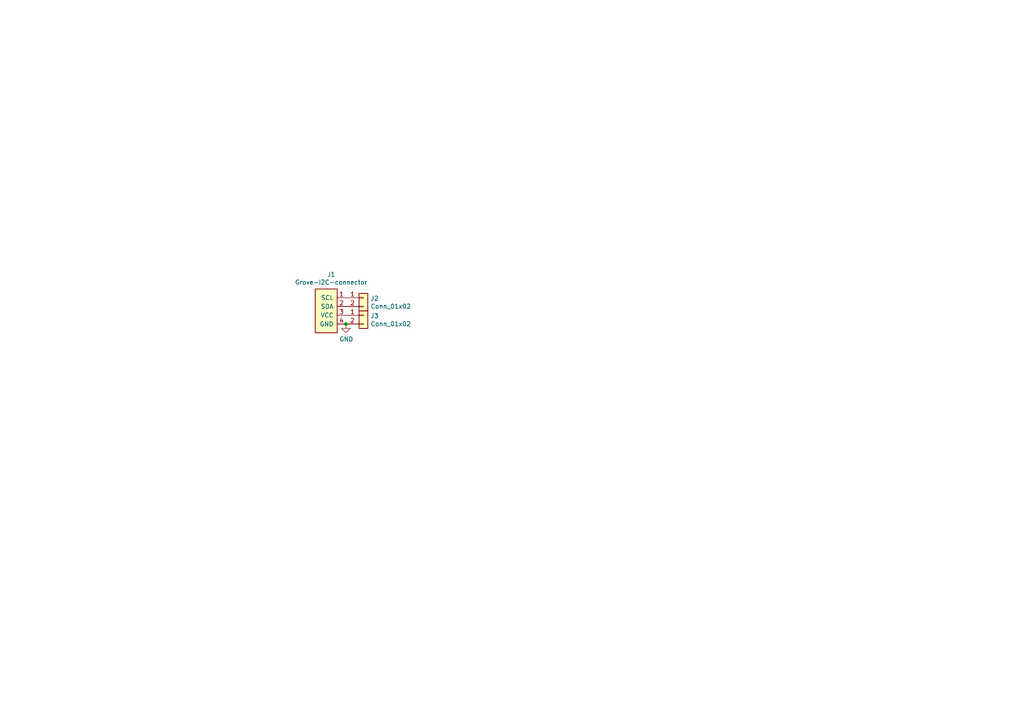
<source format=kicad_sch>
(kicad_sch (version 20211123) (generator eeschema)
  (paper "A4")
  (lib_symbols
    (symbol "Connector_Generic:Conn_01x02" (pin_names (offset 1.016) hide)
      (property "Reference" "J" (at 0 2.54 0))
      (property "Value" "Conn_01x02" (at 0 -5.08 0))
      (symbol "Conn_01x02_1_1"
        (rectangle (start -1.27 -2.413) (end 0 -2.667) (stroke (width 0.1524)))
        (rectangle (start -1.27 0.127) (end 0 -0.127) (stroke (width 0.1524)))
        (rectangle (start -1.27 1.27) (end 1.27 -3.81) (stroke (width 0.254)) (fill (type background)))
        (pin passive line (at -5.08 0 0) (length 3.81) (name "Pin_1") (number "1"))
        (pin passive line (at -5.08 -2.54 0) (length 3.81) (name "Pin_2") (number "2"))
      )
    )
    (symbol "my-kicad-symbols:Grove-I2C-connector" (pin_names (offset 1.016))
      (property "Reference" "J" (at 1.27 -7.62 0))
      (property "Value" "Grove-I2C-connector" (at 1.27 7.62 0))
      (symbol "Grove-I2C-connector_0_1"
        (rectangle (start -2.54 6.35) (end 3.81 -6.35) (stroke (width 0.254)) (fill (type background)))
      )
      (symbol "Grove-I2C-connector_1_1"
        (pin input line (at 6.35 3.81 180) (length 2.54) (name "SCL") (number "1"))
        (pin input line (at 6.35 1.27 180) (length 2.54) (name "SDA") (number "2"))
        (pin power_in line (at 6.35 -1.27 180) (length 2.54) (name "VCC") (number "3"))
        (pin power_in line (at 6.35 -3.81 180) (length 2.54) (name "GND") (number "4"))
      )
    )
    (symbol "power:GND" (power) (pin_names (offset 0))
      (property "Value" "GND" (at 0 -3.81 0))
      (symbol "GND_0_1"
        (polyline (pts (xy 0 0) (xy 0 -1.27) (xy 1.27 -1.27) (xy 0 -2.54) (xy -1.27 -1.27) (xy 0 -1.27)))
      )
      (symbol "GND_1_1"
        (pin power_in line (at 0 0 270) (length 0) hide (name "GND") (number "1"))
      )
    )
  )
  (junction (at 100.33 93.98))
  (symbol (lib_id "my-kicad-symbols:Grove-I2C-connector") (at 93.98 90.17 0) (unit 1)
    (property "Reference" "J1" (at 96.0628 79.5782 0))
    (property "Value" "Grove-I2C-connector" (at 96.0628 81.8896 0))
    (property "Footprint" "my-kicad-footprints:NS-Tech_Grove_1x04_P2mm_Vertical_silk_inside" (effects hide))
  )
  (symbol (lib_id "power:GND") (at 100.33 93.98 0) (unit 1)
    (property "Reference" "#PWR0101" (effects hide))
    (property "Value" "GND" (at 100.457 98.3742 0))
  )
  (symbol (lib_id "Connector_Generic:Conn_01x02") (at 105.41 86.36 0) (unit 1)
    (property "Reference" "J2" (at 107.442 86.5632 0) (effects (justify left)))
    (property "Value" "Conn_01x02" (at 107.442 88.8746 0) (effects (justify left)))
    (property "Footprint" "my-kicad-footprints:PinHeader_1x02_P2.54mm_Vertical_silk_inside" (effects hide))
  )
  (symbol (lib_id "Connector_Generic:Conn_01x02") (at 105.41 91.44 0) (unit 1)
    (property "Reference" "J3" (at 107.442 91.6432 0) (effects (justify left)))
    (property "Value" "Conn_01x02" (at 107.442 93.9546 0) (effects (justify left)))
    (property "Footprint" "my-kicad-footprints:PinHeader_1x02_P2.54mm_Vertical_all_circle_silk_inside" (effects hide))
  )
)
</source>
